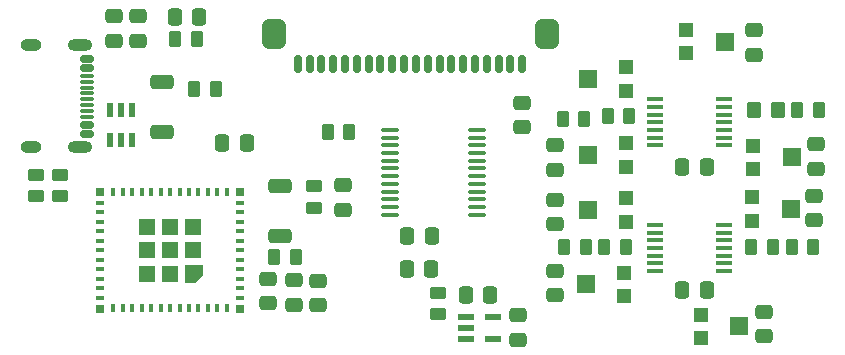
<source format=gbr>
%TF.GenerationSoftware,KiCad,Pcbnew,9.0.6-9.0.6~ubuntu24.04.1*%
%TF.CreationDate,2025-12-05T16:25:40-03:00*%
%TF.ProjectId,Smart_insoles_2025_v1,536d6172-745f-4696-9e73-6f6c65735f32,rev?*%
%TF.SameCoordinates,Original*%
%TF.FileFunction,Paste,Top*%
%TF.FilePolarity,Positive*%
%FSLAX46Y46*%
G04 Gerber Fmt 4.6, Leading zero omitted, Abs format (unit mm)*
G04 Created by KiCad (PCBNEW 9.0.6-9.0.6~ubuntu24.04.1) date 2025-12-05 16:25:40*
%MOMM*%
%LPD*%
G01*
G04 APERTURE LIST*
G04 Aperture macros list*
%AMRoundRect*
0 Rectangle with rounded corners*
0 $1 Rounding radius*
0 $2 $3 $4 $5 $6 $7 $8 $9 X,Y pos of 4 corners*
0 Add a 4 corners polygon primitive as box body*
4,1,4,$2,$3,$4,$5,$6,$7,$8,$9,$2,$3,0*
0 Add four circle primitives for the rounded corners*
1,1,$1+$1,$2,$3*
1,1,$1+$1,$4,$5*
1,1,$1+$1,$6,$7*
1,1,$1+$1,$8,$9*
0 Add four rect primitives between the rounded corners*
20,1,$1+$1,$2,$3,$4,$5,0*
20,1,$1+$1,$4,$5,$6,$7,0*
20,1,$1+$1,$6,$7,$8,$9,0*
20,1,$1+$1,$8,$9,$2,$3,0*%
G04 Aperture macros list end*
%ADD10C,0.010000*%
%ADD11RoundRect,0.250000X0.262500X0.450000X-0.262500X0.450000X-0.262500X-0.450000X0.262500X-0.450000X0*%
%ADD12RoundRect,0.250000X0.337500X0.475000X-0.337500X0.475000X-0.337500X-0.475000X0.337500X-0.475000X0*%
%ADD13RoundRect,0.300000X-0.700000X0.300000X-0.700000X-0.300000X0.700000X-0.300000X0.700000X0.300000X0*%
%ADD14R,1.200000X1.200000*%
%ADD15R,1.500000X1.600000*%
%ADD16RoundRect,0.250000X0.350000X0.450000X-0.350000X0.450000X-0.350000X-0.450000X0.350000X-0.450000X0*%
%ADD17RoundRect,0.250000X-0.475000X0.337500X-0.475000X-0.337500X0.475000X-0.337500X0.475000X0.337500X0*%
%ADD18R,1.473200X0.355600*%
%ADD19RoundRect,0.250000X0.475000X-0.337500X0.475000X0.337500X-0.475000X0.337500X-0.475000X-0.337500X0*%
%ADD20RoundRect,0.250000X-0.450000X0.262500X-0.450000X-0.262500X0.450000X-0.262500X0.450000X0.262500X0*%
%ADD21RoundRect,0.250000X-0.262500X-0.450000X0.262500X-0.450000X0.262500X0.450000X-0.262500X0.450000X0*%
%ADD22RoundRect,0.250000X-0.337500X-0.475000X0.337500X-0.475000X0.337500X0.475000X-0.337500X0.475000X0*%
%ADD23RoundRect,0.300000X0.700000X-0.300000X0.700000X0.300000X-0.700000X0.300000X-0.700000X-0.300000X0*%
%ADD24RoundRect,0.250000X0.450000X-0.262500X0.450000X0.262500X-0.450000X0.262500X-0.450000X-0.262500X0*%
%ADD25R,0.800000X0.400000*%
%ADD26R,0.400000X0.800000*%
%ADD27R,1.450000X1.450000*%
%ADD28R,0.700000X0.700000*%
%ADD29RoundRect,0.100000X0.637500X0.100000X-0.637500X0.100000X-0.637500X-0.100000X0.637500X-0.100000X0*%
%ADD30RoundRect,0.073750X-0.586250X-0.221250X0.586250X-0.221250X0.586250X0.221250X-0.586250X0.221250X0*%
%ADD31RoundRect,0.150000X0.150000X0.625000X-0.150000X0.625000X-0.150000X-0.625000X0.150000X-0.625000X0*%
%ADD32RoundRect,0.500000X0.500000X0.750000X-0.500000X0.750000X-0.500000X-0.750000X0.500000X-0.750000X0*%
%ADD33O,1.800000X1.000000*%
%ADD34O,2.100000X1.000000*%
%ADD35RoundRect,0.150000X-0.425000X0.150000X-0.425000X-0.150000X0.425000X-0.150000X0.425000X0.150000X0*%
%ADD36RoundRect,0.075000X-0.500000X0.075000X-0.500000X-0.075000X0.500000X-0.075000X0.500000X0.075000X0*%
%ADD37R,0.600000X1.200000*%
G04 APERTURE END LIST*
D10*
%TO.C,U5*%
X120580000Y-92170000D02*
X119980000Y-92770000D01*
X119130000Y-92770000D01*
X119130000Y-91320000D01*
X120580000Y-91320000D01*
X120580000Y-92170000D01*
G36*
X120580000Y-92170000D02*
G01*
X119980000Y-92770000D01*
X119130000Y-92770000D01*
X119130000Y-91320000D01*
X120580000Y-91320000D01*
X120580000Y-92170000D01*
G37*
%TD*%
D11*
%TO.C,R24*%
X119937500Y-76390000D03*
X121762500Y-76390000D03*
%TD*%
D12*
%TO.C,C20*%
X120347500Y-70280000D03*
X118272500Y-70280000D03*
%TD*%
D13*
%TO.C,SW2*%
X117220000Y-75820000D03*
X117220000Y-80020000D03*
%TD*%
D11*
%TO.C,R29*%
X120152500Y-72210000D03*
X118327500Y-72210000D03*
%TD*%
D14*
%TO.C,PT7*%
X167167000Y-85560400D03*
D15*
X170417000Y-86560400D03*
D14*
X167167000Y-87560400D03*
%TD*%
D16*
%TO.C,R8*%
X167345800Y-78176600D03*
X169345800Y-78176600D03*
%TD*%
D17*
%TO.C,C11*%
X172417000Y-87547900D03*
X172417000Y-85472900D03*
%TD*%
D11*
%TO.C,R15*%
X167077500Y-89800000D03*
X168902500Y-89800000D03*
%TD*%
%TO.C,R14*%
X170511165Y-89802400D03*
X172336165Y-89802400D03*
%TD*%
D18*
%TO.C,U8*%
X164802499Y-77284363D03*
X164802499Y-77944763D03*
X164802499Y-78579763D03*
X164802499Y-79240163D03*
X164802499Y-79900563D03*
X164802499Y-80535563D03*
X164802499Y-81195963D03*
X158960499Y-81195963D03*
X158960499Y-80535563D03*
X158960499Y-79900563D03*
X158960499Y-79240163D03*
X158960499Y-78579763D03*
X158960499Y-77944763D03*
X158960499Y-77284363D03*
%TD*%
%TO.C,U9*%
X164756499Y-87928563D03*
X164756499Y-88588963D03*
X164756499Y-89223963D03*
X164756499Y-89884363D03*
X164756499Y-90544763D03*
X164756499Y-91179763D03*
X164756499Y-91840163D03*
X158914499Y-91840163D03*
X158914499Y-91179763D03*
X158914499Y-90544763D03*
X158914499Y-89884363D03*
X158914499Y-89223963D03*
X158914499Y-88588963D03*
X158914499Y-87928563D03*
%TD*%
D11*
%TO.C,R6*%
X170987500Y-78176600D03*
X172812500Y-78176600D03*
%TD*%
D14*
%TO.C,PT2*%
X167274500Y-83207000D03*
D15*
X170524500Y-82207000D03*
D14*
X167274500Y-81207000D03*
%TD*%
D17*
%TO.C,C6*%
X172550000Y-83187500D03*
X172550000Y-81112500D03*
%TD*%
D19*
%TO.C,C28*%
X113165000Y-70242500D03*
X113165000Y-72317500D03*
%TD*%
%TO.C,C27*%
X115140000Y-70242500D03*
X115140000Y-72317500D03*
%TD*%
D20*
%TO.C,R23*%
X108570000Y-85492500D03*
X108570000Y-83667500D03*
%TD*%
%TO.C,R30*%
X106560000Y-85500000D03*
X106560000Y-83675000D03*
%TD*%
D21*
%TO.C,R10*%
X151252499Y-89779763D03*
X153077499Y-89779763D03*
%TD*%
D22*
%TO.C,C17*%
X161262500Y-93400000D03*
X163337500Y-93400000D03*
%TD*%
D14*
%TO.C,PT1*%
X156500000Y-83025000D03*
D15*
X153250000Y-82025000D03*
D14*
X156500000Y-81025000D03*
%TD*%
D23*
%TO.C,SW1*%
X127150000Y-88850000D03*
X127150000Y-84650000D03*
%TD*%
D11*
%TO.C,R31*%
X128522500Y-90650000D03*
X126697500Y-90650000D03*
%TD*%
D21*
%TO.C,R3*%
X154917500Y-78740000D03*
X156742500Y-78740000D03*
%TD*%
D24*
%TO.C,R22*%
X130060000Y-86450000D03*
X130060000Y-84625000D03*
%TD*%
D19*
%TO.C,C13*%
X150500000Y-87887500D03*
X150500000Y-85812500D03*
%TD*%
D25*
%TO.C,U5*%
X123780000Y-94070000D03*
X123780000Y-93270000D03*
X123780000Y-92470000D03*
X123780000Y-91670000D03*
X123780000Y-90870000D03*
X123780000Y-90070000D03*
X123780000Y-89270000D03*
X123780000Y-88470000D03*
X123780000Y-87670000D03*
X123780000Y-86870000D03*
X123780000Y-86070000D03*
D26*
X122680000Y-85170000D03*
X121880000Y-85170000D03*
X121080000Y-85170000D03*
X120280000Y-85170000D03*
X119480000Y-85170000D03*
X118680000Y-85170000D03*
X117880000Y-85170000D03*
X117080000Y-85170000D03*
X116280000Y-85170000D03*
X115480000Y-85170000D03*
X114680000Y-85170000D03*
X113880000Y-85170000D03*
X113080000Y-85170000D03*
D25*
X111980000Y-86070000D03*
X111980000Y-86870000D03*
X111980000Y-87670000D03*
X111980000Y-88470000D03*
X111980000Y-89270000D03*
X111980000Y-90070000D03*
X111980000Y-90870000D03*
X111980000Y-91670000D03*
X111980000Y-92470000D03*
X111980000Y-93270000D03*
X111980000Y-94070000D03*
D26*
X113080000Y-94970000D03*
X113880000Y-94970000D03*
X114680000Y-94970000D03*
X115480000Y-94970000D03*
X116280000Y-94970000D03*
X117080000Y-94970000D03*
X117880000Y-94970000D03*
X118680000Y-94970000D03*
X119480000Y-94970000D03*
X120280000Y-94970000D03*
X121080000Y-94970000D03*
X121880000Y-94970000D03*
X122680000Y-94970000D03*
D27*
X117880000Y-92045000D03*
X115905000Y-92045000D03*
X115905000Y-90070000D03*
X115905000Y-88095000D03*
X117880000Y-88095000D03*
X119855000Y-88095000D03*
X119855000Y-90070000D03*
X117880000Y-90070000D03*
D28*
X111930000Y-95020000D03*
X111930000Y-85120000D03*
X123830000Y-85120000D03*
X123830000Y-95020000D03*
%TD*%
D22*
%TO.C,C26*%
X137912500Y-91670000D03*
X139987500Y-91670000D03*
%TD*%
D14*
%TO.C,PT5*%
X156340000Y-93960000D03*
D15*
X153090000Y-92960000D03*
D14*
X156340000Y-91960000D03*
%TD*%
D29*
%TO.C,U2*%
X143902500Y-87045000D03*
X143902500Y-86395000D03*
X143902500Y-85745000D03*
X143902500Y-85095000D03*
X143902500Y-84445000D03*
X143902500Y-83795000D03*
X143902500Y-83145000D03*
X143902500Y-82495000D03*
X143902500Y-81845000D03*
X143902500Y-81195000D03*
X143902500Y-80545000D03*
X143902500Y-79895000D03*
X136477500Y-79895000D03*
X136477500Y-80545000D03*
X136477500Y-81195000D03*
X136477500Y-81845000D03*
X136477500Y-82495000D03*
X136477500Y-83145000D03*
X136477500Y-83795000D03*
X136477500Y-84445000D03*
X136477500Y-85095000D03*
X136477500Y-85745000D03*
X136477500Y-86395000D03*
X136477500Y-87045000D03*
%TD*%
D22*
%TO.C,C25*%
X137950000Y-88850000D03*
X140025000Y-88850000D03*
%TD*%
D19*
%TO.C,C12*%
X150500000Y-93887500D03*
X150500000Y-91812500D03*
%TD*%
%TO.C,C5*%
X147340000Y-97632500D03*
X147340000Y-95557500D03*
%TD*%
D11*
%TO.C,R1*%
X133062500Y-80050000D03*
X131237500Y-80050000D03*
%TD*%
D14*
%TO.C,PT3*%
X161600000Y-71400000D03*
D15*
X164850000Y-72400000D03*
D14*
X161600000Y-73400000D03*
%TD*%
D19*
%TO.C,C21*%
X132560000Y-86645000D03*
X132560000Y-84570000D03*
%TD*%
D30*
%TO.C,U4*%
X142910000Y-95715000D03*
X142910000Y-96665000D03*
X142910000Y-97615000D03*
X145200000Y-97615000D03*
X145200000Y-95715000D03*
%TD*%
D22*
%TO.C,C4*%
X142897999Y-93884363D03*
X144972999Y-93884363D03*
%TD*%
D17*
%TO.C,C3*%
X130400000Y-92662500D03*
X130400000Y-94737500D03*
%TD*%
%TO.C,C7*%
X147660000Y-77572500D03*
X147660000Y-79647500D03*
%TD*%
%TO.C,C9*%
X167350000Y-71462500D03*
X167350000Y-73537500D03*
%TD*%
%TO.C,C10*%
X168200000Y-95262500D03*
X168200000Y-97337500D03*
%TD*%
D14*
%TO.C,PT0*%
X156500000Y-76580000D03*
D15*
X153250000Y-75580000D03*
D14*
X156500000Y-74580000D03*
%TD*%
D12*
%TO.C,C29*%
X124362500Y-80950000D03*
X122287500Y-80950000D03*
%TD*%
D19*
%TO.C,C8*%
X150500000Y-83262500D03*
X150500000Y-81187500D03*
%TD*%
D17*
%TO.C,C1*%
X128375000Y-92600000D03*
X128375000Y-94675000D03*
%TD*%
D14*
%TO.C,PT4*%
X156500000Y-87679763D03*
D15*
X153250000Y-86679763D03*
D14*
X156500000Y-85679763D03*
%TD*%
D20*
%TO.C,R18*%
X140525000Y-93665000D03*
X140525000Y-95490000D03*
%TD*%
D17*
%TO.C,C2*%
X126200000Y-92477500D03*
X126200000Y-94552500D03*
%TD*%
D21*
%TO.C,R4*%
X151137500Y-78940000D03*
X152962500Y-78940000D03*
%TD*%
%TO.C,R11*%
X154640499Y-89779763D03*
X156465499Y-89779763D03*
%TD*%
D31*
%TO.C,J1*%
X147693600Y-74333200D03*
X146693600Y-74333200D03*
X145693600Y-74333200D03*
X144693600Y-74333200D03*
X143693600Y-74333200D03*
X142693600Y-74333200D03*
X141693600Y-74333200D03*
X140693600Y-74333200D03*
X139693600Y-74333200D03*
X138693600Y-74333200D03*
X137693600Y-74333200D03*
X136693600Y-74333200D03*
X135693600Y-74333200D03*
X134693600Y-74333200D03*
X133693600Y-74333200D03*
X132693600Y-74333200D03*
X131693600Y-74333200D03*
X130693600Y-74333200D03*
X129693600Y-74333200D03*
X128693600Y-74333200D03*
D32*
X149826800Y-71725200D03*
X126712800Y-71725200D03*
%TD*%
D14*
%TO.C,PT6*%
X162800000Y-95515000D03*
D15*
X166050000Y-96515000D03*
D14*
X162800000Y-97515000D03*
%TD*%
D22*
%TO.C,C18*%
X161262500Y-83050000D03*
X163337500Y-83050000D03*
%TD*%
D33*
%TO.C,J2*%
X106082500Y-81360000D03*
D34*
X110262500Y-81360000D03*
D33*
X106082500Y-72720000D03*
D34*
X110262500Y-72720000D03*
D35*
X110837500Y-73840000D03*
X110837500Y-74640000D03*
D36*
X110837500Y-75290000D03*
X110837500Y-76290000D03*
X110837500Y-77790000D03*
X110837500Y-78790000D03*
D35*
X110837500Y-79440000D03*
X110837500Y-80240000D03*
X110837500Y-80240000D03*
X110837500Y-79440000D03*
D36*
X110837500Y-78290000D03*
X110837500Y-77290000D03*
X110837500Y-76790000D03*
X110837500Y-75790000D03*
D35*
X110837500Y-74640000D03*
X110837500Y-73840000D03*
%TD*%
D37*
%TO.C,IC1*%
X112770000Y-78220000D03*
X113720000Y-78220000D03*
X114670000Y-78220000D03*
X114670000Y-80720000D03*
X113720000Y-80720000D03*
X112770000Y-80720000D03*
%TD*%
M02*

</source>
